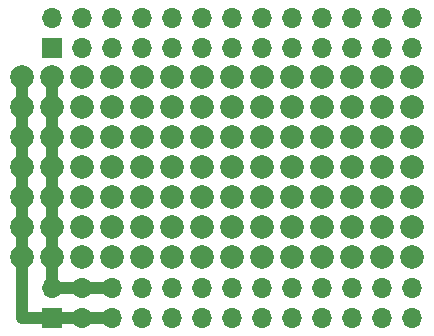
<source format=gbr>
%TF.GenerationSoftware,KiCad,Pcbnew,(5.1.8-0-10_14)*%
%TF.CreationDate,2020-11-29T01:54:20+01:00*%
%TF.ProjectId,FT2232Proto,46543232-3332-4507-926f-746f2e6b6963,rev?*%
%TF.SameCoordinates,Original*%
%TF.FileFunction,Copper,L1,Top*%
%TF.FilePolarity,Positive*%
%FSLAX46Y46*%
G04 Gerber Fmt 4.6, Leading zero omitted, Abs format (unit mm)*
G04 Created by KiCad (PCBNEW (5.1.8-0-10_14)) date 2020-11-29 01:54:20*
%MOMM*%
%LPD*%
G01*
G04 APERTURE LIST*
%TA.AperFunction,ComponentPad*%
%ADD10C,2.000000*%
%TD*%
%TA.AperFunction,ComponentPad*%
%ADD11O,1.700000X1.700000*%
%TD*%
%TA.AperFunction,ComponentPad*%
%ADD12R,1.700000X1.700000*%
%TD*%
%TA.AperFunction,Conductor*%
%ADD13C,0.600000*%
%TD*%
%TA.AperFunction,Conductor*%
%ADD14C,1.000000*%
%TD*%
G04 APERTURE END LIST*
D10*
%TO.P,REF\u002A\u002A,1*%
%TO.N,N/C*%
X106680000Y-96470000D03*
%TD*%
%TO.P,REF\u002A\u002A,1*%
%TO.N,N/C*%
X106680000Y-93930000D03*
%TD*%
%TO.P,REF\u002A\u002A,1*%
%TO.N,N/C*%
X106680000Y-91390000D03*
%TD*%
%TO.P,REF\u002A\u002A,1*%
%TO.N,N/C*%
X106680000Y-88850000D03*
%TD*%
%TO.P,REF\u002A\u002A,1*%
%TO.N,N/C*%
X106680000Y-86310000D03*
%TD*%
%TO.P,REF\u002A\u002A,1*%
%TO.N,N/C*%
X106680000Y-83770000D03*
%TD*%
%TO.P,REF\u002A\u002A,1*%
%TO.N,N/C*%
X106680000Y-81230000D03*
%TD*%
%TO.P,REF\u002A\u002A,1*%
%TO.N,N/C*%
X137160000Y-96470000D03*
%TD*%
%TO.P,REF\u002A\u002A,1*%
%TO.N,N/C*%
X129540000Y-96470000D03*
%TD*%
%TO.P,REF\u002A\u002A,1*%
%TO.N,N/C*%
X139700000Y-96470000D03*
%TD*%
%TO.P,REF\u002A\u002A,1*%
%TO.N,N/C*%
X132080000Y-96470000D03*
%TD*%
%TO.P,REF\u002A\u002A,1*%
%TO.N,N/C*%
X124460000Y-96470000D03*
%TD*%
%TO.P,REF\u002A\u002A,1*%
%TO.N,N/C*%
X119380000Y-96470000D03*
%TD*%
%TO.P,REF\u002A\u002A,1*%
%TO.N,N/C*%
X109220000Y-96470000D03*
%TD*%
%TO.P,REF\u002A\u002A,1*%
%TO.N,N/C*%
X121920000Y-96470000D03*
%TD*%
%TO.P,REF\u002A\u002A,1*%
%TO.N,N/C*%
X111760000Y-96470000D03*
%TD*%
%TO.P,REF\u002A\u002A,1*%
%TO.N,N/C*%
X114300000Y-96470000D03*
%TD*%
%TO.P,REF\u002A\u002A,1*%
%TO.N,N/C*%
X134620000Y-96470000D03*
%TD*%
%TO.P,REF\u002A\u002A,1*%
%TO.N,N/C*%
X127000000Y-96470000D03*
%TD*%
%TO.P,REF\u002A\u002A,1*%
%TO.N,N/C*%
X116840000Y-96470000D03*
%TD*%
%TO.P,REF\u002A\u002A,1*%
%TO.N,N/C*%
X137160000Y-93930000D03*
%TD*%
%TO.P,REF\u002A\u002A,1*%
%TO.N,N/C*%
X129540000Y-93930000D03*
%TD*%
%TO.P,REF\u002A\u002A,1*%
%TO.N,N/C*%
X139700000Y-93930000D03*
%TD*%
%TO.P,REF\u002A\u002A,1*%
%TO.N,N/C*%
X132080000Y-93930000D03*
%TD*%
%TO.P,REF\u002A\u002A,1*%
%TO.N,N/C*%
X119380000Y-93930000D03*
%TD*%
%TO.P,REF\u002A\u002A,1*%
%TO.N,N/C*%
X124460000Y-93930000D03*
%TD*%
%TO.P,REF\u002A\u002A,1*%
%TO.N,N/C*%
X109220000Y-93930000D03*
%TD*%
%TO.P,REF\u002A\u002A,1*%
%TO.N,N/C*%
X121920000Y-93930000D03*
%TD*%
%TO.P,REF\u002A\u002A,1*%
%TO.N,N/C*%
X111760000Y-93930000D03*
%TD*%
%TO.P,REF\u002A\u002A,1*%
%TO.N,N/C*%
X114300000Y-93930000D03*
%TD*%
%TO.P,REF\u002A\u002A,1*%
%TO.N,N/C*%
X134620000Y-93930000D03*
%TD*%
%TO.P,REF\u002A\u002A,1*%
%TO.N,N/C*%
X127000000Y-93930000D03*
%TD*%
%TO.P,REF\u002A\u002A,1*%
%TO.N,N/C*%
X116840000Y-93930000D03*
%TD*%
%TO.P,REF\u002A\u002A,1*%
%TO.N,N/C*%
X137160000Y-91390000D03*
%TD*%
%TO.P,REF\u002A\u002A,1*%
%TO.N,N/C*%
X129540000Y-91390000D03*
%TD*%
%TO.P,REF\u002A\u002A,1*%
%TO.N,N/C*%
X139700000Y-91390000D03*
%TD*%
%TO.P,REF\u002A\u002A,1*%
%TO.N,N/C*%
X132080000Y-91390000D03*
%TD*%
%TO.P,REF\u002A\u002A,1*%
%TO.N,N/C*%
X119380000Y-91390000D03*
%TD*%
%TO.P,REF\u002A\u002A,1*%
%TO.N,N/C*%
X124460000Y-91390000D03*
%TD*%
%TO.P,REF\u002A\u002A,1*%
%TO.N,N/C*%
X109220000Y-91390000D03*
%TD*%
%TO.P,REF\u002A\u002A,1*%
%TO.N,N/C*%
X121920000Y-91390000D03*
%TD*%
%TO.P,REF\u002A\u002A,1*%
%TO.N,N/C*%
X111760000Y-91390000D03*
%TD*%
%TO.P,REF\u002A\u002A,1*%
%TO.N,N/C*%
X114300000Y-91390000D03*
%TD*%
%TO.P,REF\u002A\u002A,1*%
%TO.N,N/C*%
X134620000Y-91390000D03*
%TD*%
%TO.P,REF\u002A\u002A,1*%
%TO.N,N/C*%
X127000000Y-91390000D03*
%TD*%
%TO.P,REF\u002A\u002A,1*%
%TO.N,N/C*%
X116840000Y-91390000D03*
%TD*%
%TO.P,REF\u002A\u002A,1*%
%TO.N,N/C*%
X132080000Y-88850000D03*
%TD*%
%TO.P,REF\u002A\u002A,1*%
%TO.N,N/C*%
X109220000Y-88850000D03*
%TD*%
%TO.P,REF\u002A\u002A,1*%
%TO.N,N/C*%
X137160000Y-88850000D03*
%TD*%
%TO.P,REF\u002A\u002A,1*%
%TO.N,N/C*%
X129540000Y-88850000D03*
%TD*%
%TO.P,REF\u002A\u002A,1*%
%TO.N,N/C*%
X139700000Y-88850000D03*
%TD*%
%TO.P,REF\u002A\u002A,1*%
%TO.N,N/C*%
X127000000Y-88850000D03*
%TD*%
%TO.P,REF\u002A\u002A,1*%
%TO.N,N/C*%
X116840000Y-88850000D03*
%TD*%
%TO.P,REF\u002A\u002A,1*%
%TO.N,N/C*%
X111760000Y-88850000D03*
%TD*%
%TO.P,REF\u002A\u002A,1*%
%TO.N,N/C*%
X121920000Y-88850000D03*
%TD*%
%TO.P,REF\u002A\u002A,1*%
%TO.N,N/C*%
X114300000Y-88850000D03*
%TD*%
%TO.P,REF\u002A\u002A,1*%
%TO.N,N/C*%
X134620000Y-88850000D03*
%TD*%
%TO.P,REF\u002A\u002A,1*%
%TO.N,N/C*%
X119380000Y-88850000D03*
%TD*%
%TO.P,REF\u002A\u002A,1*%
%TO.N,N/C*%
X124460000Y-88850000D03*
%TD*%
%TO.P,REF\u002A\u002A,1*%
%TO.N,N/C*%
X132080000Y-86310000D03*
%TD*%
%TO.P,REF\u002A\u002A,1*%
%TO.N,N/C*%
X109220000Y-86310000D03*
%TD*%
%TO.P,REF\u002A\u002A,1*%
%TO.N,N/C*%
X137160000Y-86310000D03*
%TD*%
%TO.P,REF\u002A\u002A,1*%
%TO.N,N/C*%
X129540000Y-86310000D03*
%TD*%
%TO.P,REF\u002A\u002A,1*%
%TO.N,N/C*%
X139700000Y-86310000D03*
%TD*%
%TO.P,REF\u002A\u002A,1*%
%TO.N,N/C*%
X127000000Y-86310000D03*
%TD*%
%TO.P,REF\u002A\u002A,1*%
%TO.N,N/C*%
X116840000Y-86310000D03*
%TD*%
%TO.P,REF\u002A\u002A,1*%
%TO.N,N/C*%
X111760000Y-86310000D03*
%TD*%
%TO.P,REF\u002A\u002A,1*%
%TO.N,N/C*%
X121920000Y-86310000D03*
%TD*%
%TO.P,REF\u002A\u002A,1*%
%TO.N,N/C*%
X114300000Y-86310000D03*
%TD*%
%TO.P,REF\u002A\u002A,1*%
%TO.N,N/C*%
X134620000Y-86310000D03*
%TD*%
%TO.P,REF\u002A\u002A,1*%
%TO.N,N/C*%
X119380000Y-86310000D03*
%TD*%
%TO.P,REF\u002A\u002A,1*%
%TO.N,N/C*%
X124460000Y-86310000D03*
%TD*%
%TO.P,REF\u002A\u002A,1*%
%TO.N,N/C*%
X129540000Y-83770000D03*
%TD*%
%TO.P,REF\u002A\u002A,1*%
%TO.N,N/C*%
X139700000Y-83770000D03*
%TD*%
%TO.P,REF\u002A\u002A,1*%
%TO.N,N/C*%
X127000000Y-83770000D03*
%TD*%
%TO.P,REF\u002A\u002A,1*%
%TO.N,N/C*%
X116840000Y-83770000D03*
%TD*%
%TO.P,REF\u002A\u002A,1*%
%TO.N,N/C*%
X111760000Y-83770000D03*
%TD*%
%TO.P,REF\u002A\u002A,1*%
%TO.N,N/C*%
X121920000Y-83770000D03*
%TD*%
%TO.P,REF\u002A\u002A,1*%
%TO.N,N/C*%
X114300000Y-83770000D03*
%TD*%
%TO.P,REF\u002A\u002A,1*%
%TO.N,N/C*%
X134620000Y-83770000D03*
%TD*%
%TO.P,REF\u002A\u002A,1*%
%TO.N,N/C*%
X119380000Y-83770000D03*
%TD*%
%TO.P,REF\u002A\u002A,1*%
%TO.N,N/C*%
X124460000Y-83770000D03*
%TD*%
%TO.P,REF\u002A\u002A,1*%
%TO.N,N/C*%
X132080000Y-83770000D03*
%TD*%
%TO.P,REF\u002A\u002A,1*%
%TO.N,N/C*%
X109220000Y-83770000D03*
%TD*%
%TO.P,REF\u002A\u002A,1*%
%TO.N,N/C*%
X137160000Y-83770000D03*
%TD*%
%TO.P,REF\u002A\u002A,1*%
%TO.N,N/C*%
X139700000Y-81230000D03*
%TD*%
%TO.P,REF\u002A\u002A,1*%
%TO.N,N/C*%
X137160000Y-81230000D03*
%TD*%
%TO.P,REF\u002A\u002A,1*%
%TO.N,N/C*%
X134620000Y-81230000D03*
%TD*%
%TO.P,REF\u002A\u002A,1*%
%TO.N,N/C*%
X132080000Y-81230000D03*
%TD*%
%TO.P,REF\u002A\u002A,1*%
%TO.N,N/C*%
X129540000Y-81230000D03*
%TD*%
%TO.P,REF\u002A\u002A,1*%
%TO.N,N/C*%
X127000000Y-81230000D03*
%TD*%
%TO.P,REF\u002A\u002A,1*%
%TO.N,N/C*%
X124460000Y-81230000D03*
%TD*%
%TO.P,REF\u002A\u002A,1*%
%TO.N,N/C*%
X121920000Y-81230000D03*
%TD*%
%TO.P,REF\u002A\u002A,1*%
%TO.N,N/C*%
X119380000Y-81230000D03*
%TD*%
%TO.P,REF\u002A\u002A,1*%
%TO.N,N/C*%
X116840000Y-81230000D03*
%TD*%
%TO.P,REF\u002A\u002A,1*%
%TO.N,N/C*%
X114300000Y-81230000D03*
%TD*%
%TO.P,REF\u002A\u002A,1*%
%TO.N,N/C*%
X111760000Y-81230000D03*
%TD*%
%TO.P,REF\u002A\u002A,1*%
%TO.N,N/C*%
X109220000Y-81230000D03*
%TD*%
D11*
%TO.P,J103,26*%
%TO.N,/AC7*%
X139700000Y-99060000D03*
%TO.P,J103,25*%
%TO.N,/SUSPEND#*%
X139700000Y-101600000D03*
%TO.P,J103,24*%
%TO.N,/AC5*%
X137160000Y-99060000D03*
%TO.P,J103,23*%
%TO.N,/AC6*%
X137160000Y-101600000D03*
%TO.P,J103,22*%
%TO.N,/AC4*%
X134620000Y-99060000D03*
%TO.P,J103,21*%
%TO.N,/VIO*%
X134620000Y-101600000D03*
%TO.P,J103,20*%
%TO.N,/AC2*%
X132080000Y-99060000D03*
%TO.P,J103,19*%
%TO.N,/AC3*%
X132080000Y-101600000D03*
%TO.P,J103,18*%
%TO.N,/AC0*%
X129540000Y-99060000D03*
%TO.P,J103,17*%
%TO.N,/AC1*%
X129540000Y-101600000D03*
%TO.P,J103,16*%
%TO.N,/AD6*%
X127000000Y-99060000D03*
%TO.P,J103,15*%
%TO.N,/AD7*%
X127000000Y-101600000D03*
%TO.P,J103,14*%
%TO.N,/AD4*%
X124460000Y-99060000D03*
%TO.P,J103,13*%
%TO.N,/AD5*%
X124460000Y-101600000D03*
%TO.P,J103,12*%
%TO.N,/AD3*%
X121920000Y-99060000D03*
%TO.P,J103,11*%
%TO.N,/VIO*%
X121920000Y-101600000D03*
%TO.P,J103,10*%
%TO.N,/AD1*%
X119380000Y-99060000D03*
%TO.P,J103,9*%
%TO.N,/AD2*%
X119380000Y-101600000D03*
%TO.P,J103,8*%
%TO.N,/RESET#*%
X116840000Y-99060000D03*
%TO.P,J103,7*%
%TO.N,/AD0*%
X116840000Y-101600000D03*
%TO.P,J103,6*%
%TO.N,GND*%
X114300000Y-99060000D03*
%TO.P,J103,5*%
%TO.N,+3V3*%
X114300000Y-101600000D03*
%TO.P,J103,4*%
%TO.N,GND*%
X111760000Y-99060000D03*
%TO.P,J103,3*%
%TO.N,+3V3*%
X111760000Y-101600000D03*
%TO.P,J103,2*%
%TO.N,GND*%
X109220000Y-99060000D03*
D12*
%TO.P,J103,1*%
%TO.N,+3V3*%
X109220000Y-101600000D03*
%TD*%
D11*
%TO.P,J102,26*%
%TO.N,/BD0*%
X139700000Y-76200000D03*
%TO.P,J102,25*%
%TO.N,/BD1*%
X139700000Y-78740000D03*
%TO.P,J102,24*%
%TO.N,/BD2*%
X137160000Y-76200000D03*
%TO.P,J102,23*%
%TO.N,/BD3*%
X137160000Y-78740000D03*
%TO.P,J102,22*%
%TO.N,/VIO*%
X134620000Y-76200000D03*
%TO.P,J102,21*%
%TO.N,/BD4*%
X134620000Y-78740000D03*
%TO.P,J102,20*%
%TO.N,/BD5*%
X132080000Y-76200000D03*
%TO.P,J102,19*%
%TO.N,/BD6*%
X132080000Y-78740000D03*
%TO.P,J102,18*%
%TO.N,/BD7*%
X129540000Y-76200000D03*
%TO.P,J102,17*%
%TO.N,/BC0*%
X129540000Y-78740000D03*
%TO.P,J102,16*%
%TO.N,/BC1*%
X127000000Y-76200000D03*
%TO.P,J102,15*%
%TO.N,/BC2*%
X127000000Y-78740000D03*
%TO.P,J102,14*%
%TO.N,/BC3*%
X124460000Y-76200000D03*
%TO.P,J102,13*%
%TO.N,/BC4*%
X124460000Y-78740000D03*
%TO.P,J102,12*%
%TO.N,/VIO*%
X121920000Y-76200000D03*
%TO.P,J102,11*%
%TO.N,/BC5*%
X121920000Y-78740000D03*
%TO.P,J102,10*%
%TO.N,/BC6*%
X119380000Y-76200000D03*
%TO.P,J102,9*%
%TO.N,/BC7*%
X119380000Y-78740000D03*
%TO.P,J102,8*%
%TO.N,/PWREN#*%
X116840000Y-76200000D03*
%TO.P,J102,7*%
%TO.N,/DATA*%
X116840000Y-78740000D03*
%TO.P,J102,6*%
%TO.N,/CLK*%
X114300000Y-76200000D03*
%TO.P,J102,5*%
%TO.N,/CS*%
X114300000Y-78740000D03*
%TO.P,J102,4*%
%TO.N,GND*%
X111760000Y-76200000D03*
%TO.P,J102,3*%
%TO.N,+3V3*%
X111760000Y-78740000D03*
%TO.P,J102,2*%
%TO.N,GND*%
X109220000Y-76200000D03*
D12*
%TO.P,J102,1*%
%TO.N,+5V*%
X109220000Y-78740000D03*
%TD*%
D13*
%TO.N,+3V3*%
X111760000Y-78740000D02*
X111710000Y-78740000D01*
D14*
%TO.N,*%
X109220000Y-96470000D02*
X109220000Y-81230000D01*
X111760000Y-99060000D02*
X114300000Y-99060000D01*
X109220000Y-101600000D02*
X114300000Y-101600000D01*
X109220000Y-101600000D02*
X106680000Y-101600000D01*
X111760000Y-99060000D02*
X109220000Y-99060000D01*
X109220000Y-99060000D02*
X109220000Y-96470000D01*
X106680000Y-93080000D02*
X106680000Y-81230000D01*
X106680000Y-101600000D02*
X106680000Y-93080000D01*
%TD*%
M02*

</source>
